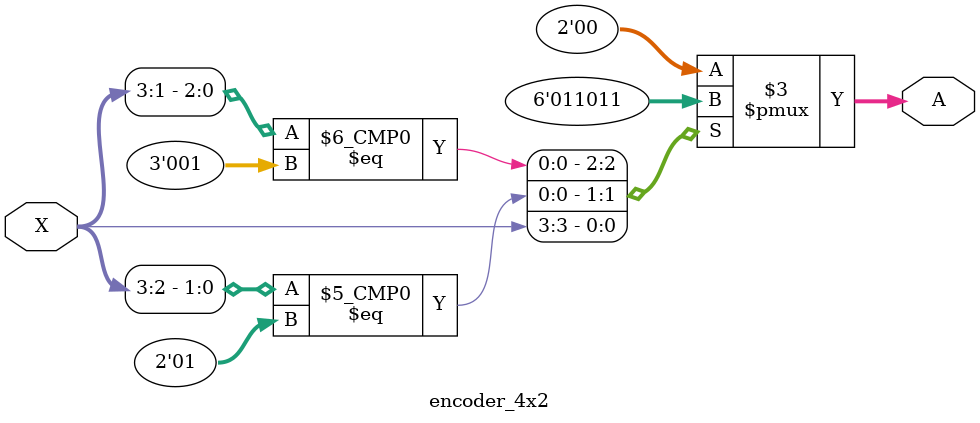
<source format=v>
`timescale 1ns / 1ps

module encoder_4x2(X,A);
    input [3:0] X;
    output reg [1:0] A;
    
    always @(X)
    begin
    casex(X)
        4'b0001: A<=2'b00;
        4'b001x: A<=2'b01;
        4'b01xx: A<=2'b10;
        4'b1xxx: A<=2'b11;
        default: A<=2'b00;    
    endcase
    end   
endmodule

</source>
